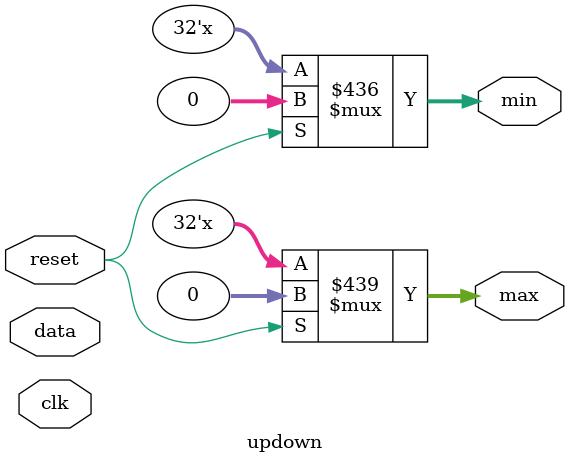
<source format=v>
module updown(clk,reset,data,max,min);
parameter data_width =32; 
parameter maxmin_width =32;
input clk,reset;
input [data_width - 1:0]data;
output reg[maxmin_width - 1:0]max,min;
integer i;
always @(*)
begin
if(reset)
begin 
   max <= 0;
   min <= 0;
end
else
begin
for(i=0;i<data_width-1;i=i+1)

   if(data[i]==1'b0)

begin
   max = min+3;
end
else
   min = max;
end
end
endmodule

</source>
